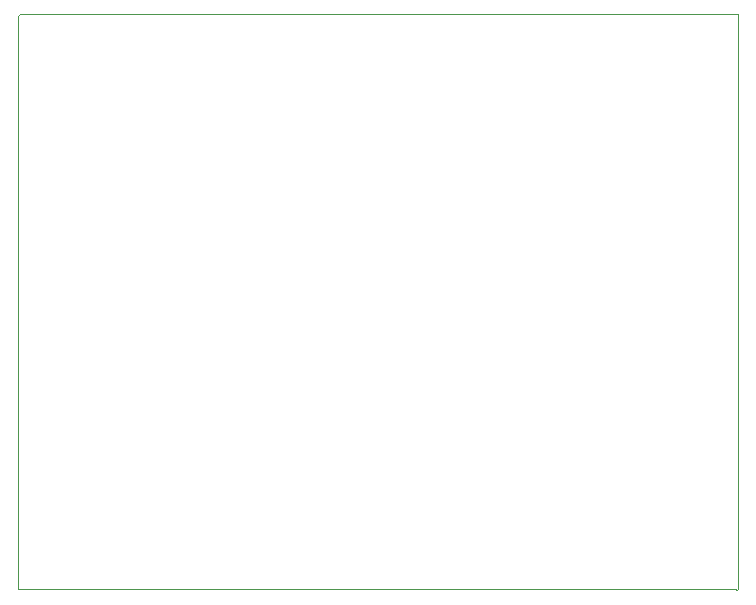
<source format=gbr>
%TF.GenerationSoftware,Altium Limited,Altium Designer,23.4.1 (23)*%
G04 Layer_Color=0*
%FSLAX45Y45*%
%MOMM*%
%TF.SameCoordinates,4612104F-FF11-4B61-8F75-198C561852D9*%
%TF.FilePolarity,Positive*%
%TF.FileFunction,Profile,NP*%
%TF.Part,Single*%
G01*
G75*
%TA.AperFunction,Profile*%
%ADD17C,0.02540*%
D17*
X8648700Y7416800D02*
Y2552700D01*
X8636000Y2540000D01*
X8623300Y2552700D01*
X2552700D01*
Y7404100D01*
X2565400Y7416800D01*
X2552700Y7404100D01*
X2565400Y7416800D01*
X8648700D01*
%TF.MD5,b24760cfd7e2b8ffefbeeecea3b2c04c*%
M02*

</source>
